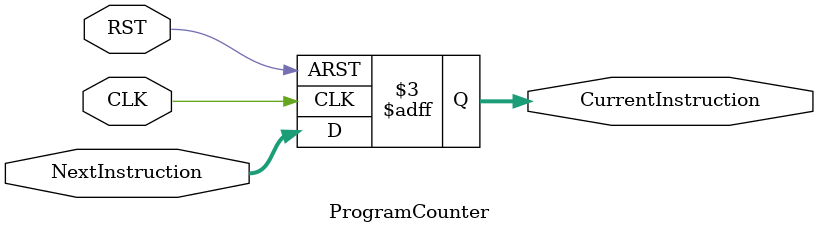
<source format=v>
module ProgramCounter #(
    parameter PC_width = 'd32
) (
    input  wire   [PC_width-1:0] NextInstruction,
    input  wire                  CLK,
    input  wire                  RST,
    output reg    [PC_width-1:0] CurrentInstruction
);

//PC logic
always @(posedge CLK or negedge RST) begin
    if(!RST) begin
        CurrentInstruction <= 'b0;
    end

    else begin
        CurrentInstruction <= NextInstruction;
    end
end
    
endmodule
</source>
